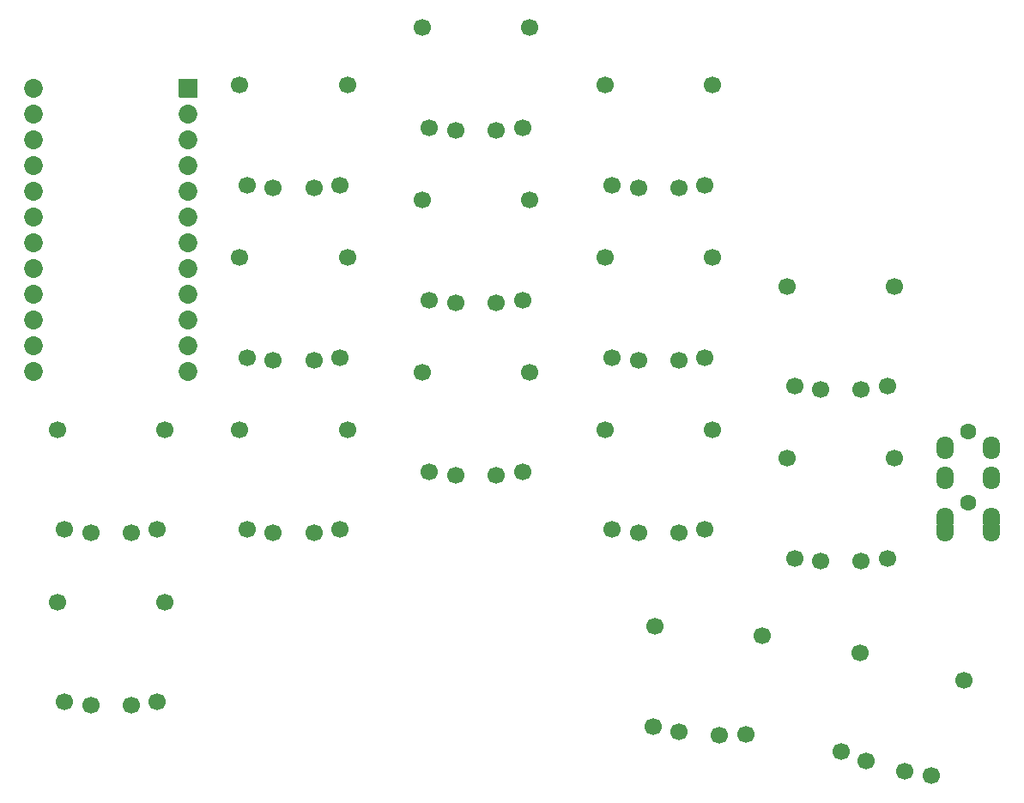
<source format=gbr>
%TF.GenerationSoftware,KiCad,Pcbnew,(5.1.9)-1*%
%TF.CreationDate,2021-06-29T13:32:03+02:00*%
%TF.ProjectId,todarodes_sagittatus,746f6461-726f-4646-9573-5f7361676974,VERSION_HERE*%
%TF.SameCoordinates,Original*%
%TF.FileFunction,Soldermask,Top*%
%TF.FilePolarity,Negative*%
%FSLAX46Y46*%
G04 Gerber Fmt 4.6, Leading zero omitted, Abs format (unit mm)*
G04 Created by KiCad (PCBNEW (5.1.9)-1) date 2021-06-29 13:32:03*
%MOMM*%
%LPD*%
G01*
G04 APERTURE LIST*
%ADD10C,1.700000*%
%ADD11C,1.852600*%
%ADD12C,1.600000*%
%ADD13O,1.700000X2.300000*%
G04 APERTURE END LIST*
D10*
%TO.C,S1*%
X23300000Y4750000D03*
X12700000Y4750000D03*
X13420000Y-5100000D03*
X20000000Y-5400000D03*
X22580000Y-5100000D03*
X16000000Y-5400000D03*
%TD*%
%TO.C,S2*%
X23300000Y21750000D03*
X12700000Y21750000D03*
X13420000Y11900000D03*
X20000000Y11600000D03*
X22580000Y11900000D03*
X16000000Y11600000D03*
%TD*%
%TO.C,S3*%
X41300000Y21750000D03*
X30700000Y21750000D03*
X31420000Y11900000D03*
X38000000Y11600000D03*
X40580000Y11900000D03*
X34000000Y11600000D03*
%TD*%
%TO.C,S4*%
X41300000Y38750000D03*
X30700000Y38750000D03*
X31420000Y28900000D03*
X38000000Y28600000D03*
X40580000Y28900000D03*
X34000000Y28600000D03*
%TD*%
%TO.C,S5*%
X41300000Y55750000D03*
X30700000Y55750000D03*
X31420000Y45900000D03*
X38000000Y45600000D03*
X40580000Y45900000D03*
X34000000Y45600000D03*
%TD*%
%TO.C,S6*%
X59300000Y27416667D03*
X48700000Y27416667D03*
X49420000Y17566667D03*
X56000000Y17266667D03*
X58580000Y17566667D03*
X52000000Y17266667D03*
%TD*%
%TO.C,S7*%
X59300000Y44416667D03*
X48700000Y44416667D03*
X49420000Y34566667D03*
X56000000Y34266667D03*
X58580000Y34566667D03*
X52000000Y34266667D03*
%TD*%
%TO.C,S8*%
X59300000Y61416667D03*
X48700000Y61416667D03*
X49420000Y51566667D03*
X56000000Y51266667D03*
X58580000Y51566667D03*
X52000000Y51266667D03*
%TD*%
%TO.C,S9*%
X77300000Y21750000D03*
X66700000Y21750000D03*
X67420000Y11900000D03*
X74000000Y11600000D03*
X76580000Y11900000D03*
X70000000Y11600000D03*
%TD*%
%TO.C,S10*%
X77300000Y38750000D03*
X66700000Y38750000D03*
X67420000Y28900000D03*
X74000000Y28600000D03*
X76580000Y28900000D03*
X70000000Y28600000D03*
%TD*%
%TO.C,S11*%
X77300000Y55750000D03*
X66700000Y55750000D03*
X67420000Y45900000D03*
X74000000Y45600000D03*
X76580000Y45900000D03*
X70000000Y45600000D03*
%TD*%
%TO.C,S12*%
X95300000Y18916667D03*
X84700000Y18916667D03*
X85420000Y9066667D03*
X92000000Y8766667D03*
X94580000Y9066667D03*
X88000000Y8766667D03*
%TD*%
%TO.C,S13*%
X95300000Y35916667D03*
X84700000Y35916667D03*
X85420000Y26066667D03*
X92000000Y25766667D03*
X94580000Y26066667D03*
X88000000Y25766667D03*
%TD*%
%TO.C,S14*%
X82193822Y1436666D03*
X71634158Y2360517D03*
X71492934Y-7514753D03*
X78021748Y-8387096D03*
X80618077Y-8313099D03*
X74036970Y-8038473D03*
%TD*%
%TO.C,S15*%
X102138683Y-3018254D03*
X91899870Y-274772D03*
X90045969Y-9975491D03*
X96324115Y-11968299D03*
X98893849Y-12346274D03*
X92460412Y-10933022D03*
%TD*%
%TO.C,C1*%
G36*
G01*
X24743700Y56396300D02*
X26496300Y56396300D01*
G75*
G02*
X26546300Y56346300I0J-50000D01*
G01*
X26546300Y54593700D01*
G75*
G02*
X26496300Y54543700I-50000J0D01*
G01*
X24743700Y54543700D01*
G75*
G02*
X24693700Y54593700I0J50000D01*
G01*
X24693700Y56346300D01*
G75*
G02*
X24743700Y56396300I50000J0D01*
G01*
G37*
D11*
X25620000Y52930000D03*
X25620000Y50390000D03*
X25620000Y47850000D03*
X25620000Y45310000D03*
X25620000Y42770000D03*
X25620000Y40230000D03*
X25620000Y37690000D03*
X25620000Y35150000D03*
X25620000Y32610000D03*
X25620000Y30070000D03*
X25620000Y27530000D03*
X10380000Y55470000D03*
X10380000Y52930000D03*
X10380000Y50390000D03*
X10380000Y47850000D03*
X10380000Y45310000D03*
X10380000Y42770000D03*
X10380000Y40230000D03*
X10380000Y37690000D03*
X10380000Y35150000D03*
X10380000Y32610000D03*
X10380000Y30070000D03*
X10380000Y27530000D03*
%TD*%
D12*
%TO.C,REF\u002A\u002A*%
X102550000Y14566667D03*
X102550000Y21566667D03*
D13*
X104850000Y11866667D03*
X100250000Y12966667D03*
X100250000Y16966667D03*
X100250000Y19966667D03*
X100250000Y11866667D03*
X104850000Y12966667D03*
X104850000Y16966667D03*
X104850000Y19966667D03*
%TD*%
M02*

</source>
